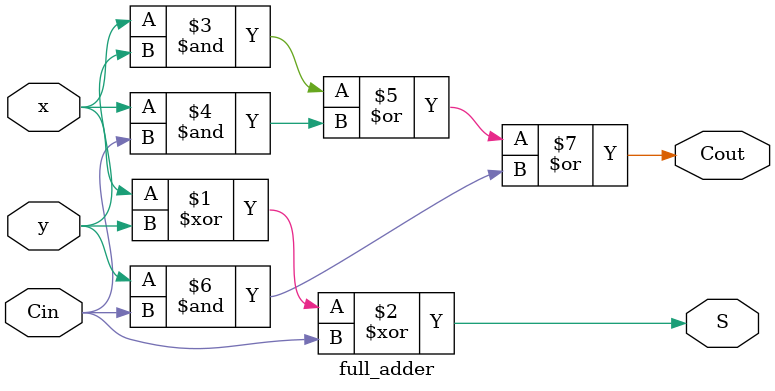
<source format=v>
module full_adder (x, y, Cin, S, Cout);
	
	input  x, y, Cin;
	output Cout, S;

	
	assign S = (x ^ y ^ Cin);
	assign Cout = (x&y)|(x&Cin)|(y&Cin);
	
endmodule

</source>
